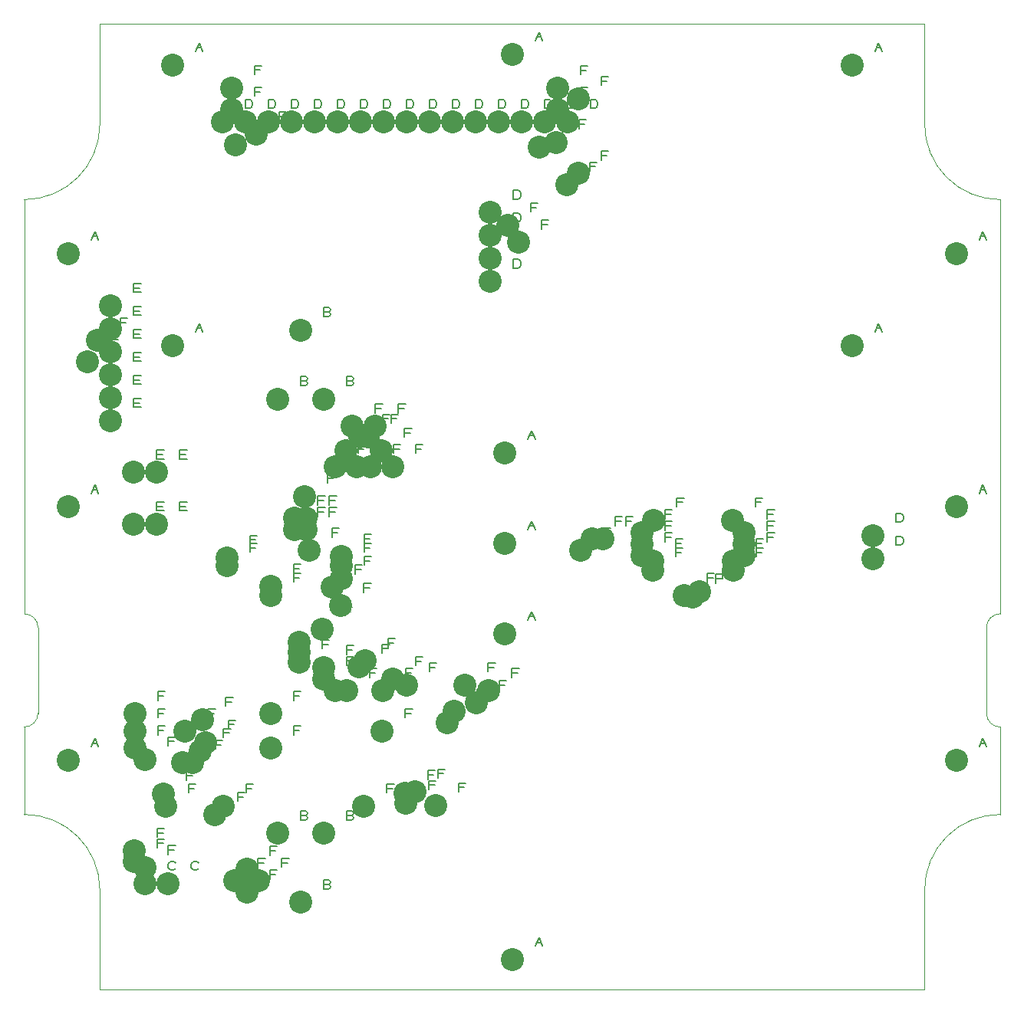
<source format=gbr>
G04 EasyPC Gerber Version 21.0.3 Build 4286 *
G04 #@! TF.Part,Single*
G04 #@! TF.FileFunction,Drillmap *
G04 #@! TF.FilePolarity,Positive *
%FSLAX35Y35*%
%MOIN*%
%ADD13C,0.00001*%
%ADD10C,0.00500*%
G04 #@! TA.AperFunction,WasherPad*
%ADD76C,0.10000*%
X0Y0D02*
D02*
D10*
X29694Y108900D02*
X31257Y112650D01*
X32819Y108900*
X30319Y110462D02*
X32194D01*
X29694Y219135D02*
X31257Y222885D01*
X32819Y219135*
X30319Y220698D02*
X32194D01*
X29694Y329371D02*
X31257Y333121D01*
X32819Y329371*
X30319Y330934D02*
X32194D01*
X38100Y282135D02*
Y285885D01*
X41225*
X40600Y284011D02*
X38100D01*
X42300Y291535D02*
Y295285D01*
X45425*
X44800Y293411D02*
X42300D01*
X48100Y256635D02*
Y260385D01*
X51225*
X50600Y258511D02*
X48100D01*
Y256635D02*
X51225D01*
X48100Y266635D02*
Y270385D01*
X51225*
X50600Y268511D02*
X48100D01*
Y266635D02*
X51225D01*
X48100Y276635D02*
Y280385D01*
X51225*
X50600Y278511D02*
X48100D01*
Y276635D02*
X51225D01*
X48100Y286635D02*
Y290385D01*
X51225*
X50600Y288511D02*
X48100D01*
Y286635D02*
X51225D01*
X48100Y296635D02*
Y300385D01*
X51225*
X50600Y298511D02*
X48100D01*
Y296635D02*
X51225D01*
X48100Y306635D02*
Y310385D01*
X51225*
X50600Y308511D02*
X48100D01*
Y306635D02*
X51225D01*
X58100Y211635D02*
Y215385D01*
X61225*
X60600Y213511D02*
X58100D01*
Y211635D02*
X61225D01*
X58100Y234135D02*
Y237885D01*
X61225*
X60600Y236011D02*
X58100D01*
Y234135D02*
X61225D01*
X58350Y65035D02*
Y68785D01*
X61475*
X60850Y66911D02*
X58350D01*
Y69535D02*
Y73285D01*
X61475*
X60850Y71411D02*
X58350D01*
X58600Y114135D02*
Y117885D01*
X61725*
X61100Y116011D02*
X58600D01*
Y121589D02*
Y125339D01*
X61725*
X61100Y123464D02*
X58600D01*
Y129135D02*
Y132885D01*
X61725*
X61100Y131011D02*
X58600D01*
X66225Y55894D02*
X65913Y55582D01*
X65287Y55269*
X64350*
X63725Y55582*
X63413Y55894*
X63100Y56519*
Y57769*
X63413Y58394*
X63725Y58707*
X64350Y59019*
X65287*
X65913Y58707*
X66225Y58394*
X63100Y62135D02*
Y65885D01*
X66225*
X65600Y64011D02*
X63100D01*
Y109385D02*
Y113135D01*
X66225*
X65600Y111261D02*
X63100D01*
X68100Y211635D02*
Y215385D01*
X71225*
X70600Y213511D02*
X68100D01*
Y211635D02*
X71225D01*
X68100Y234135D02*
Y237885D01*
X71225*
X70600Y236011D02*
X68100D01*
Y234135D02*
X71225D01*
X71100Y94385D02*
Y98135D01*
X74225*
X73600Y96261D02*
X71100D01*
X71860Y88970D02*
Y92720D01*
X74985*
X74360Y90846D02*
X71860D01*
X76225Y55894D02*
X75913Y55582D01*
X75287Y55269*
X74350*
X73725Y55582*
X73413Y55894*
X73100Y56519*
Y57769*
X73413Y58394*
X73725Y58707*
X74350Y59019*
X75287*
X75913Y58707*
X76225Y58394*
X74970Y289372D02*
X76533Y293122D01*
X78095Y289372*
X75595Y290934D02*
X77470D01*
X74970Y411419D02*
X76533Y415169D01*
X78095Y411419*
X75595Y412981D02*
X77470D01*
X79250Y107945D02*
Y111695D01*
X82375*
X81750Y109820D02*
X79250D01*
X80488Y121635D02*
Y125385D01*
X83613*
X82988Y123511D02*
X80488D01*
X83550Y107945D02*
Y111695D01*
X86675*
X86050Y109820D02*
X83550D01*
X87150Y113095D02*
Y116845D01*
X90275*
X89650Y114970D02*
X87150D01*
X88100Y126589D02*
Y130339D01*
X91225*
X90600Y128464D02*
X88100D01*
X89300Y116682D02*
Y120432D01*
X92425*
X91800Y118557D02*
X89300D01*
X93285Y85198D02*
Y88948D01*
X96410*
X95785Y87074D02*
X93285D01*
X96670Y386635D02*
Y390385D01*
X98545*
X99170Y390073*
X99483Y389761*
X99795Y389135*
Y387885*
X99483Y387261*
X99170Y386948*
X98545Y386635*
X96670*
X96860Y88970D02*
Y92720D01*
X99985*
X99360Y90846D02*
X96860D01*
X98600Y193535D02*
Y197285D01*
X101725*
X101100Y195411D02*
X98600D01*
Y197035D02*
Y200785D01*
X101725*
X101100Y198911D02*
X98600D01*
X100600Y391926D02*
Y395676D01*
X103725*
X103100Y393802D02*
X100600D01*
Y401344D02*
Y405094D01*
X103725*
X103100Y403220D02*
X100600D01*
X102150Y56635D02*
Y60385D01*
X105275*
X104650Y58511D02*
X102150D01*
X102170Y376635D02*
Y380385D01*
X105295*
X104670Y378511D02*
X102170D01*
X106670Y386635D02*
Y390385D01*
X108545*
X109170Y390073*
X109483Y389761*
X109795Y389135*
Y387885*
X109483Y387261*
X109170Y386948*
X108545Y386635*
X106670*
X107300Y51485D02*
Y55235D01*
X110425*
X109800Y53361D02*
X107300D01*
Y61785D02*
Y65535D01*
X110425*
X109800Y63661D02*
X107300D01*
X111250Y381135D02*
Y384885D01*
X114375*
X113750Y383011D02*
X111250D01*
X112450Y56635D02*
Y60385D01*
X115575*
X114950Y58511D02*
X112450D01*
X116670Y386635D02*
Y390385D01*
X118545*
X119170Y390073*
X119483Y389761*
X119795Y389135*
Y387885*
X119483Y387261*
X119170Y386948*
X118545Y386635*
X116670*
X117600Y114135D02*
Y117885D01*
X120725*
X120100Y116011D02*
X117600D01*
Y129135D02*
Y132885D01*
X120725*
X120100Y131011D02*
X117600D01*
Y180535D02*
Y184285D01*
X120725*
X120100Y182411D02*
X117600D01*
Y184635D02*
Y188385D01*
X120725*
X120100Y186511D02*
X117600D01*
X122787Y79022D02*
X123413Y78710D01*
X123725Y78085*
X123413Y77460*
X122787Y77147*
X120600*
Y80897*
X122787*
X123413Y80585*
X123725Y79960*
X123413Y79335*
X122787Y79022*
X120600*
X122787Y267999D02*
X123413Y267686D01*
X123725Y267061*
X123413Y266436*
X122787Y266124*
X120600*
Y269874*
X122787*
X123413Y269561*
X123725Y268936*
X123413Y268311*
X122787Y267999*
X120600*
X126670Y386635D02*
Y390385D01*
X128545*
X129170Y390073*
X129483Y389761*
X129795Y389135*
Y387885*
X129483Y387261*
X129170Y386948*
X128545Y386635*
X126670*
X128100Y209135D02*
Y212885D01*
X131225*
X130600Y211011D02*
X128100D01*
Y214135D02*
Y217885D01*
X131225*
X130600Y216011D02*
X128100D01*
X130000Y151635D02*
Y155385D01*
X133125*
X132500Y153511D02*
X130000D01*
Y156011D02*
Y159761D01*
X133125*
X132500Y157886D02*
X130000D01*
Y160385D02*
Y164135D01*
X133125*
X132500Y162261D02*
X130000D01*
X132787Y49022D02*
X133413Y48710D01*
X133725Y48085*
X133413Y47460*
X132787Y47147*
X130600*
Y50897*
X132787*
X133413Y50585*
X133725Y49960*
X133413Y49335*
X132787Y49022*
X130600*
X132787Y297999D02*
X133413Y297686D01*
X133725Y297061*
X133413Y296436*
X132787Y296124*
X130600*
Y299874*
X132787*
X133413Y299561*
X133725Y298936*
X133413Y298311*
X132787Y297999*
X130600*
X132175Y223735D02*
Y227485D01*
X135300*
X134675Y225611D02*
X132175D01*
X133100Y209135D02*
Y212885D01*
X136225*
X135600Y211011D02*
X133100D01*
Y214135D02*
Y217885D01*
X136225*
X135600Y216011D02*
X133100D01*
X134250Y200187D02*
Y203937D01*
X137375*
X136750Y202062D02*
X134250D01*
X136670Y386635D02*
Y390385D01*
X138545*
X139170Y390073*
X139483Y389761*
X139795Y389135*
Y387885*
X139483Y387261*
X139170Y386948*
X138545Y386635*
X136670*
X139850Y165885D02*
Y169635D01*
X142975*
X142350Y167760D02*
X139850D01*
X142787Y79022D02*
X143413Y78710D01*
X143725Y78085*
X143413Y77460*
X142787Y77147*
X140600*
Y80897*
X142787*
X143413Y80585*
X143725Y79960*
X143413Y79335*
X142787Y79022*
X140600*
Y144435D02*
Y148185D01*
X143725*
X143100Y146311D02*
X140600D01*
Y149135D02*
Y152885D01*
X143725*
X143100Y151011D02*
X140600D01*
X142787Y267999D02*
X143413Y267686D01*
X143725Y267061*
X143413Y266436*
X142787Y266124*
X140600*
Y269874*
X142787*
X143413Y269561*
X143725Y268936*
X143413Y268311*
X142787Y267999*
X140600*
X144350Y184187D02*
Y187937D01*
X147475*
X146850Y186062D02*
X144350D01*
X145600Y139135D02*
Y142885D01*
X148725*
X148100Y141011D02*
X145600D01*
X145663Y236635D02*
Y240385D01*
X148788*
X148163Y238511D02*
X145663D01*
X146670Y386635D02*
Y390385D01*
X148545*
X149170Y390073*
X149483Y389761*
X149795Y389135*
Y387885*
X149483Y387261*
X149170Y386948*
X148545Y386635*
X146670*
X148100Y176135D02*
Y179885D01*
X151225*
X150600Y178011D02*
X148100D01*
X148175Y187885D02*
Y191635D01*
X151300*
X150675Y189761D02*
X148175D01*
Y193535D02*
Y197285D01*
X151300*
X150675Y195411D02*
X148175D01*
Y197485D02*
Y201235D01*
X151300*
X150675Y199361D02*
X148175D01*
X150413Y243635D02*
Y247385D01*
X153538*
X152913Y245511D02*
X150413D01*
X150600Y139135D02*
Y142885D01*
X153725*
X153100Y141011D02*
X150600D01*
X153147Y254135D02*
Y257885D01*
X156272*
X155647Y256011D02*
X153147D01*
X155163Y236635D02*
Y240385D01*
X158288*
X157663Y238511D02*
X155163D01*
X156154Y149674D02*
Y153424D01*
X159279*
X158654Y151550D02*
X156154D01*
X156328Y249674D02*
Y253424D01*
X159453*
X158828Y251550D02*
X156328D01*
X156670Y386635D02*
Y390385D01*
X158545*
X159170Y390073*
X159483Y389761*
X159795Y389135*
Y387885*
X159483Y387261*
X159170Y386948*
X158545Y386635*
X156670*
X158100Y88970D02*
Y92720D01*
X161225*
X160600Y90846D02*
X158100D01*
X158646Y152167D02*
Y155917D01*
X161771*
X161146Y154042D02*
X158646D01*
X159872Y249674D02*
Y253424D01*
X162997*
X162372Y251550D02*
X159872D01*
X161037Y236635D02*
Y240385D01*
X164162*
X163537Y238511D02*
X161037D01*
X163053Y254135D02*
Y257885D01*
X166178*
X165553Y256011D02*
X163053D01*
X165787Y243635D02*
Y247385D01*
X168912*
X168287Y245511D02*
X165787D01*
X166100Y121635D02*
Y125385D01*
X169225*
X168600Y123511D02*
X166100D01*
X166250Y139135D02*
Y142885D01*
X169375*
X168750Y141011D02*
X166250D01*
X166670Y386635D02*
Y390385D01*
X168545*
X169170Y390073*
X169483Y389761*
X169795Y389135*
Y387885*
X169483Y387261*
X169170Y386948*
X168545Y386635*
X166670*
X170537Y236635D02*
Y240385D01*
X173662*
X173037Y238511D02*
X170537D01*
X170600Y144285D02*
Y148035D01*
X173725*
X173100Y146161D02*
X170600D01*
X175950Y94785D02*
Y98535D01*
X179075*
X178450Y96661D02*
X175950D01*
X176350Y90385D02*
Y94135D01*
X179475*
X178850Y92261D02*
X176350D01*
X176550Y141635D02*
Y145385D01*
X179675*
X179050Y143511D02*
X176550D01*
X176670Y386635D02*
Y390385D01*
X178545*
X179170Y390073*
X179483Y389761*
X179795Y389135*
Y387885*
X179483Y387261*
X179170Y386948*
X178545Y386635*
X176670*
X180246Y95385D02*
Y99135D01*
X183371*
X182746Y97261D02*
X180246D01*
X186670Y386635D02*
Y390385D01*
X188545*
X189170Y390073*
X189483Y389761*
X189795Y389135*
Y387885*
X189483Y387261*
X189170Y386948*
X188545Y386635*
X186670*
X189300Y89335D02*
Y93085D01*
X192425*
X191800Y91211D02*
X189300D01*
X194439Y125443D02*
Y129193D01*
X197564*
X196939Y127318D02*
X194439D01*
X196670Y386635D02*
Y390385D01*
X198545*
X199170Y390073*
X199483Y389761*
X199795Y389135*
Y387885*
X199483Y387261*
X199170Y386948*
X198545Y386635*
X196670*
X197324Y130296D02*
Y134046D01*
X200449*
X199824Y132172D02*
X197324D01*
X202150Y141635D02*
Y145385D01*
X205275*
X204650Y143511D02*
X202150D01*
X206670Y386635D02*
Y390385D01*
X208545*
X209170Y390073*
X209483Y389761*
X209795Y389135*
Y387885*
X209483Y387261*
X209170Y386948*
X208545Y386635*
X206670*
X206850Y133985D02*
Y137735D01*
X209975*
X209350Y135861D02*
X206850D01*
X212450Y139135D02*
Y142885D01*
X215575*
X214950Y141011D02*
X212450D01*
X213100Y317135D02*
Y320885D01*
X214975*
X215600Y320573*
X215913Y320261*
X216225Y319635*
Y318385*
X215913Y317761*
X215600Y317448*
X214975Y317135*
X213100*
Y327135D02*
Y330885D01*
X214975*
X215600Y330573*
X215913Y330261*
X216225Y329635*
Y328385*
X215913Y327761*
X215600Y327448*
X214975Y327135*
X213100*
Y337135D02*
Y340885D01*
X214975*
X215600Y340573*
X215913Y340261*
X216225Y339635*
Y338385*
X215913Y337761*
X215600Y337448*
X214975Y337135*
X213100*
Y347135D02*
Y350885D01*
X214975*
X215600Y350573*
X215913Y350261*
X216225Y349635*
Y348385*
X215913Y347761*
X215600Y347448*
X214975Y347135*
X213100*
X216670Y386635D02*
Y390385D01*
X218545*
X219170Y390073*
X219483Y389761*
X219795Y389135*
Y387885*
X219483Y387261*
X219170Y386948*
X218545Y386635*
X216670*
X219445Y164017D02*
X221007Y167767D01*
X222570Y164017*
X220070Y165580D02*
X221945D01*
X219445Y203387D02*
X221007Y207137D01*
X222570Y203387*
X220070Y204950D02*
X221945D01*
X219445Y242757D02*
X221007Y246507D01*
X222570Y242757*
X220070Y244320D02*
X221945D01*
X220600Y341635D02*
Y345385D01*
X223725*
X223100Y343511D02*
X220600D01*
X222608Y22285D02*
X224170Y26035D01*
X225733Y22285*
X223233Y23848D02*
X225108D01*
X222608Y415985D02*
X224170Y419735D01*
X225733Y415985*
X223233Y417548D02*
X225108D01*
X225350Y334135D02*
Y337885D01*
X228475*
X227850Y336011D02*
X225350D01*
X226670Y386635D02*
Y390385D01*
X228545*
X229170Y390073*
X229483Y389761*
X229795Y389135*
Y387885*
X229483Y387261*
X229170Y386948*
X228545Y386635*
X226670*
X234355Y375585D02*
Y379335D01*
X237480*
X236855Y377461D02*
X234355D01*
X236670Y386635D02*
Y390385D01*
X238545*
X239170Y390073*
X239483Y389761*
X239795Y389135*
Y387885*
X239483Y387261*
X239170Y386948*
X238545Y386635*
X236670*
X241505Y377785D02*
Y381535D01*
X244630*
X244005Y379661D02*
X241505D01*
X242250Y392035D02*
Y395785D01*
X245375*
X244750Y393911D02*
X242250D01*
Y401235D02*
Y404985D01*
X245375*
X244750Y403111D02*
X242250D01*
X246170Y359385D02*
Y363135D01*
X249295*
X248670Y361261D02*
X246170D01*
X246670Y386635D02*
Y390385D01*
X248545*
X249170Y390073*
X249483Y389761*
X249795Y389135*
Y387885*
X249483Y387261*
X249170Y386948*
X248545Y386635*
X246670*
X251170Y364135D02*
Y367885D01*
X254295*
X253670Y366011D02*
X251170D01*
Y396635D02*
Y400385D01*
X254295*
X253670Y398511D02*
X251170D01*
X252350Y200385D02*
Y204135D01*
X255475*
X254850Y202261D02*
X252350D01*
X257350Y205135D02*
Y208885D01*
X260475*
X259850Y207011D02*
X257350D01*
X261850Y205135D02*
Y208885D01*
X264975*
X264350Y207011D02*
X261850D01*
X279010Y198131D02*
Y201881D01*
X282135*
X281510Y200007D02*
X279010D01*
Y203131D02*
Y206881D01*
X282135*
X281510Y205007D02*
X279010D01*
Y208131D02*
Y211881D01*
X282135*
X281510Y210007D02*
X279010D01*
X283600Y191635D02*
Y195385D01*
X286725*
X286100Y193511D02*
X283600D01*
Y195631D02*
Y199381D01*
X286725*
X286100Y197507D02*
X283600D01*
X284160Y213385D02*
Y217135D01*
X287285*
X286660Y215261D02*
X284160D01*
X297360Y180481D02*
Y184231D01*
X300485*
X299860Y182357D02*
X297360D01*
X301100Y180128D02*
Y183878D01*
X304225*
X303600Y182003D02*
X301100D01*
X304084Y182178D02*
Y185928D01*
X307209*
X306584Y184054D02*
X304084D01*
X318260Y213385D02*
Y217135D01*
X321385*
X320760Y215261D02*
X318260D01*
X318600Y191635D02*
Y195385D01*
X321725*
X321100Y193511D02*
X318600D01*
Y195631D02*
Y199381D01*
X321725*
X321100Y197507D02*
X318600D01*
X323410Y198131D02*
Y201881D01*
X326535*
X325910Y200007D02*
X323410D01*
Y203131D02*
Y206881D01*
X326535*
X325910Y205007D02*
X323410D01*
Y208131D02*
Y211881D01*
X326535*
X325910Y210007D02*
X323410D01*
X370246Y289372D02*
X371809Y293122D01*
X373371Y289372*
X370871Y290934D02*
X372746D01*
X370246Y411419D02*
X371809Y415169D01*
X373371Y411419*
X370871Y412981D02*
X372746D01*
X379466Y196635D02*
Y200385D01*
X381341*
X381966Y200073*
X382279Y199761*
X382591Y199135*
Y197885*
X382279Y197261*
X381966Y196948*
X381341Y196635*
X379466*
Y206635D02*
Y210385D01*
X381341*
X381966Y210073*
X382279Y209761*
X382591Y209135*
Y207885*
X382279Y207261*
X381966Y206948*
X381341Y206635*
X379466*
X415521Y108900D02*
X417083Y112650D01*
X418646Y108900*
X416146Y110462D02*
X418021D01*
X415521Y219135D02*
X417083Y222885D01*
X418646Y219135*
X416146Y220698D02*
X418021D01*
X415521Y329371D02*
X417083Y333121D01*
X418646Y329371*
X416146Y330934D02*
X418021D01*
D02*
D13*
X418710Y123434D02*
Y160835D01*
G75*
G02X424616Y166741I5906*
G01*
Y346899*
G75*
G02X391820Y379694J32795*
G01*
Y423198*
X33395*
X33395Y379694*
G75*
G02X600Y346898I-32795*
G01*
Y166741*
G75*
G02X6506Y160836J-5906*
G01*
Y123434*
G75*
G02X600Y117529I-5906*
G01*
Y79497*
G75*
G02X33395Y46702J-32795*
G01*
Y3198*
X391820*
Y46702*
G75*
G02X424616Y79497I32795*
G01*
Y117529*
G75*
G02X418710Y123434J5905*
G01*
D02*
D76*
X19694Y102962D03*
Y213198D03*
Y323434D03*
X28100Y276198D03*
X32300Y285598D03*
X38100Y250698D03*
Y260698D03*
Y270698D03*
Y280698D03*
Y290698D03*
Y300698D03*
X48100Y205698D03*
Y228198D03*
X48350Y59098D03*
Y63598D03*
X48600Y108198D03*
Y115651D03*
Y123198D03*
X53100Y49332D03*
Y56198D03*
Y103448D03*
X58100Y205698D03*
Y228198D03*
X61100Y88448D03*
X61860Y83033D03*
X63100Y49332D03*
X64970Y283434D03*
Y405481D03*
X69250Y102008D03*
X70488Y115698D03*
X73550Y102008D03*
X77150Y107158D03*
X78100Y120651D03*
X79300Y110745D03*
X83285Y79261D03*
X86670Y380698D03*
X86860Y83033D03*
X88600Y187598D03*
Y191098D03*
X90600Y385989D03*
Y395407D03*
X92150Y50698D03*
X92170Y370698D03*
X96670Y380698D03*
X97300Y45548D03*
Y55848D03*
X101250Y375198D03*
X102450Y50698D03*
X106670Y380698D03*
X107600Y108198D03*
Y123198D03*
Y174598D03*
Y178698D03*
X110600Y71210D03*
Y260186D03*
X116670Y380698D03*
X118100Y203198D03*
Y208198D03*
X120000Y145698D03*
Y150073D03*
Y154448D03*
X120600Y41210D03*
Y290186D03*
X122175Y217798D03*
X123100Y203198D03*
Y208198D03*
X124250Y194249D03*
X126670Y380698D03*
X129850Y159948D03*
X130600Y71210D03*
Y138498D03*
Y143198D03*
Y260186D03*
X134350Y178249D03*
X135600Y133198D03*
X135663Y230698D03*
X136670Y380698D03*
X138100Y170198D03*
X138175Y181948D03*
Y187598D03*
Y191548D03*
X140413Y237698D03*
X140600Y133198D03*
X143147Y248198D03*
X145163Y230698D03*
X146154Y143737D03*
X146328Y243737D03*
X146670Y380698D03*
X148100Y83033D03*
X148646Y146229D03*
X149872Y243737D03*
X151037Y230698D03*
X153053Y248198D03*
X155787Y237698D03*
X156100Y115698D03*
X156250Y133198D03*
X156670Y380698D03*
X160537Y230698D03*
X160600Y138348D03*
X165950Y88848D03*
X166350Y84448D03*
X166550Y135698D03*
X166670Y380698D03*
X170246Y89448D03*
X176670Y380698D03*
X179300Y83398D03*
X184439Y119505D03*
X186670Y380698D03*
X187324Y124359D03*
X192150Y135698D03*
X196670Y380698D03*
X196850Y128048D03*
X202450Y133198D03*
X203100Y311198D03*
Y321198D03*
Y331198D03*
Y341198D03*
X206670Y380698D03*
X209445Y158080D03*
Y197450D03*
Y236820D03*
X210600Y335698D03*
X212608Y16348D03*
Y410048D03*
X215350Y328198D03*
X216670Y380698D03*
X224355Y369648D03*
X226670Y380698D03*
X231505Y371848D03*
X232250Y386098D03*
Y395298D03*
X236170Y353448D03*
X236670Y380698D03*
X241170Y358198D03*
Y390698D03*
X242350Y194448D03*
X247350Y199198D03*
X251850D03*
X269010Y192194D03*
Y197194D03*
Y202194D03*
X273600Y185698D03*
Y189694D03*
X274160Y207448D03*
X287360Y174544D03*
X291100Y174190D03*
X294084Y176241D03*
X308260Y207448D03*
X308600Y185698D03*
Y189694D03*
X313410Y192194D03*
Y197194D03*
Y202194D03*
X360246Y283434D03*
Y405481D03*
X369466Y190698D03*
Y200698D03*
X405521Y102962D03*
Y213198D03*
Y323434D03*
X0Y0D02*
M02*

</source>
